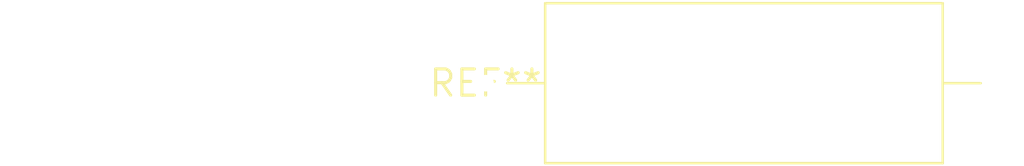
<source format=kicad_pcb>
(kicad_pcb (version 20240108) (generator pcbnew)
  (layers (0 "F.Cu" signal) (31 "B.Cu" signal) (34 "B.Paste" user) (35 "F.Paste" user) (36 "B.SilkS" user "B.Silkscreen") (37 "F.SilkS" user "F.Silkscreen") (38 "B.Mask" user) (39 "F.Mask" user) (44 "Edge.Cuts" user))
  (net 0 "")
  (footprint "C_Axial_L19.0mm_D7.5mm_P25.00mm_Horizontal" (layer "F.Cu") (at 0 0)
    (property "Reference" "REF**")
    (property "Value" "C_Axial_L19.0mm_D7.5mm_P25.00mm_Horizontal")
    (fp_line (start 1.04 0) (end 2.88 0) (layer "F.SilkS") (stroke (width 0.12)))
    (fp_line (start 2.88 -3.87) (end 2.88 3.87) (layer "F.SilkS") (stroke (width 0.12)))
    (fp_line (start 2.88 3.87) (end 22.12 3.87) (layer "F.SilkS") (stroke (width 0.12)))
    (fp_line (start 22.12 -3.87) (end 2.88 -3.87) (layer "F.SilkS") (stroke (width 0.12)))
    (fp_line (start 22.12 3.87) (end 22.12 -3.87) (layer "F.SilkS") (stroke (width 0.12)))
    (fp_line (start 23.96 0) (end 22.12 0) (layer "F.SilkS") (stroke (width 0.12)))
    (pad "1" thru_hole circle (at 0 0) (size 1.6 1.6) (drill 0.8) (layers *.Cu *.Mask) (remove_unused_layers))
    (pad "2" thru_hole oval (at 25 0) (size 1.6 1.6) (drill 0.8) (layers *.Cu *.Mask) (remove_unused_layers))
  )
)
</source>
